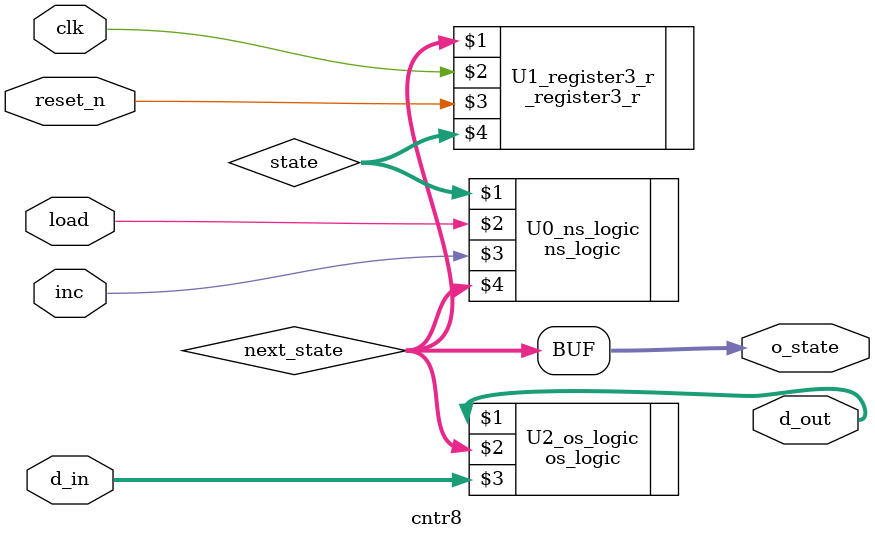
<source format=v>
module cntr8(d_out, o_state, clk, reset_n, load, inc, d_in);		//8-bit Counter
	input clk, reset_n, inc, load;
	input [7:0] d_in;
	output [7:0] d_out;
	output [2:0] o_state;
	
	wire [2:0] next_state;
	wire [2:0] state;
	
	assign o_state = next_state;
	
	ns_logic U0_ns_logic(state, load, inc, next_state);			//Next state logic
	_register3_r U1_register3_r(next_state, clk, reset_n, state);		//register 3-bits
	os_logic U2_os_logic(d_out, next_state, d_in);				//Output logic
	
endmodule 

</source>
